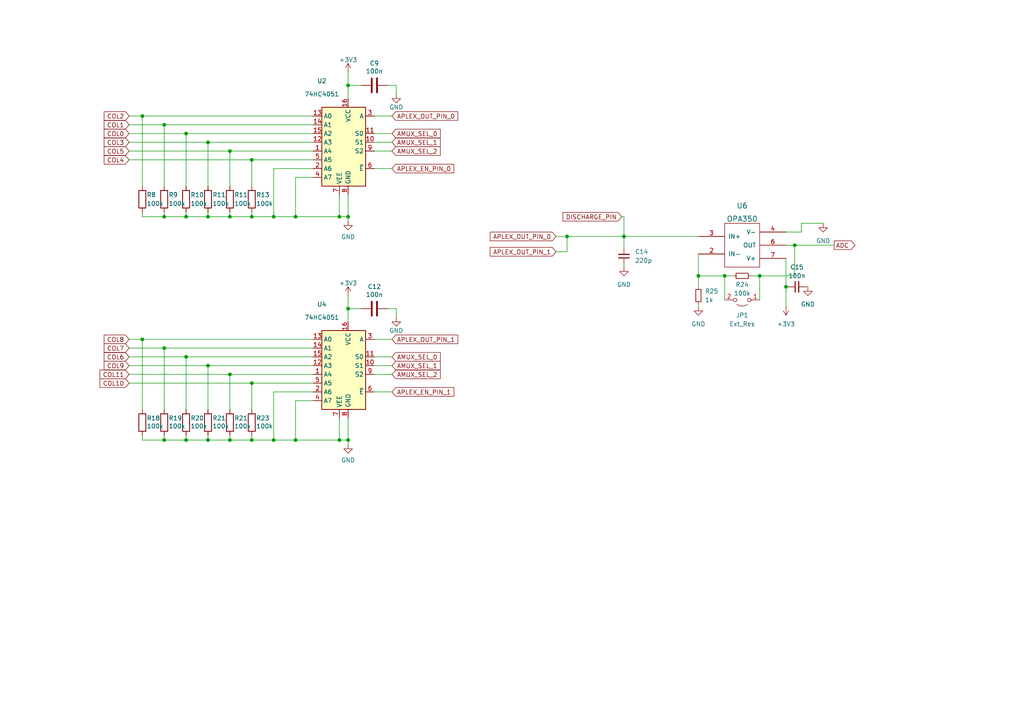
<source format=kicad_sch>
(kicad_sch (version 20231120) (generator "eeschema") (generator_version "8.0")
  (paper "A4")
  (lib_symbols
    (symbol "74xx:74HC4051"
      (property "Reference" "U" (at -5.08 11.43 0))
      (property "Value" "74HC4051" (at -7.62 -13.97 0))
      (symbol "74HC4051_0_1"
        (rectangle (start -5.08 10.16) (end 7.62 -12.7) (stroke (width 0.254)) (fill (type background)))
      )
      (symbol "74HC4051_1_1"
        (pin passive line (at 10.16 -2.54 180) (length 2.54) (name "A4") (number "1"))
        (pin input line (at -7.62 0 0) (length 2.54) (name "S1") (number "10"))
        (pin input line (at -7.62 2.54 0) (length 2.54) (name "S0") (number "11"))
        (pin passive line (at 10.16 0 180) (length 2.54) (name "A3") (number "12"))
        (pin passive line (at 10.16 7.62 180) (length 2.54) (name "A0") (number "13"))
        (pin passive line (at 10.16 5.08 180) (length 2.54) (name "A1") (number "14"))
        (pin passive line (at 10.16 2.54 180) (length 2.54) (name "A2") (number "15"))
        (pin power_in line (at 0 12.7 270) (length 2.54) (name "VCC") (number "16"))
        (pin passive line (at 10.16 -7.62 180) (length 2.54) (name "A6") (number "2"))
        (pin passive line (at -7.62 7.62 0) (length 2.54) (name "A") (number "3"))
        (pin passive line (at 10.16 -10.16 180) (length 2.54) (name "A7") (number "4"))
        (pin passive line (at 10.16 -5.08 180) (length 2.54) (name "A5") (number "5"))
        (pin input line (at -7.62 -7.62 0) (length 2.54) (name "~{E}") (number "6"))
        (pin power_in line (at 2.54 -15.24 90) (length 2.54) (name "VEE") (number "7"))
        (pin power_in line (at 0 -15.24 90) (length 2.54) (name "GND") (number "8"))
        (pin input line (at -7.62 -2.54 0) (length 2.54) (name "S2") (number "9"))
      )
    )
    (symbol "Device:C" (pin_numbers hide) (pin_names (offset 0.254))
      (property "Reference" "C" (at 0.635 2.54 0))
      (property "Value" "C" (at 0.635 -2.54 0))
      (symbol "C_0_1"
        (polyline (pts (xy -2.032 -0.762) (xy 2.032 -0.762)) (stroke (width 0.508)))
        (polyline (pts (xy -2.032 0.762) (xy 2.032 0.762)) (stroke (width 0.508)))
      )
      (symbol "C_1_1"
        (pin passive line (at 0 3.81 270) (length 2.794) (name "~") (number "1"))
        (pin passive line (at 0 -3.81 90) (length 2.794) (name "~") (number "2"))
      )
    )
    (symbol "Device:C_Small" (pin_numbers hide) (pin_names (offset 0.254) hide)
      (property "Reference" "C" (at 0.254 1.778 0))
      (property "Value" "C_Small" (at 0.254 -2.032 0))
      (symbol "C_Small_0_1"
        (polyline (pts (xy -1.524 -0.508) (xy 1.524 -0.508)) (stroke (width 0.3302)))
        (polyline (pts (xy -1.524 0.508) (xy 1.524 0.508)) (stroke (width 0.3048)))
      )
      (symbol "C_Small_1_1"
        (pin passive line (at 0 2.54 270) (length 2.032) (name "~") (number "1"))
        (pin passive line (at 0 -2.54 90) (length 2.032) (name "~") (number "2"))
      )
    )
    (symbol "Device:R" (pin_numbers hide) (pin_names (offset 0))
      (property "Reference" "R" (at 2.032 0 90))
      (property "Value" "R" (at 0 0 90))
      (symbol "R_0_1"
        (rectangle (start -1.016 -2.54) (end 1.016 2.54) (stroke (width 0.254)))
      )
      (symbol "R_1_1"
        (pin passive line (at 0 3.81 270) (length 1.27) (name "~") (number "1"))
        (pin passive line (at 0 -3.81 90) (length 1.27) (name "~") (number "2"))
      )
    )
    (symbol "Device:R_Small" (pin_numbers hide) (pin_names (offset 0.254) hide)
      (property "Reference" "R" (at 0.762 0.508 0))
      (property "Value" "R_Small" (at 0.762 -1.016 0))
      (symbol "R_Small_0_1"
        (rectangle (start -0.762 1.778) (end 0.762 -1.778) (stroke (width 0.2032)))
      )
      (symbol "R_Small_1_1"
        (pin passive line (at 0 2.54 270) (length 0.762) (name "~") (number "1"))
        (pin passive line (at 0 -2.54 90) (length 0.762) (name "~") (number "2"))
      )
    )
    (symbol "Jumper:Jumper_2_Open" (pin_names (offset 0) hide)
      (property "Reference" "JP" (at 0 2.794 0))
      (property "Value" "Jumper_2_Open" (at 0 -2.286 0))
      (symbol "Jumper_2_Open_0_0"
        (circle (center -2.032 0) (radius 0.508))
        (circle (center 2.032 0) (radius 0.508))
      )
      (symbol "Jumper_2_Open_0_1"
        (arc (start 1.524 1.27) (mid 0 1.778) (end -1.524 1.27))
      )
      (symbol "Jumper_2_Open_1_1"
        (pin passive line (at -5.08 0 0) (length 2.54) (name "A") (number "1"))
        (pin passive line (at 5.08 0 180) (length 2.54) (name "B") (number "2"))
      )
    )
    (symbol "cipulot_parts:OPA350" (pin_names (offset 1.016))
      (property "Reference" "U" (at 8.89 -7.62 0))
      (property "Value" "OPA350" (at 5.08 7.62 0))
      (symbol "OPA350_0_1"
        (rectangle (start 0 -6.35) (end 10.16 6.35))
        (pin input line (at -7.62 2.54 0) (length 7.62) (name "IN-") (number "2"))
        (pin input line (at -7.62 -2.54 0) (length 7.62) (name "IN+") (number "3"))
        (pin input line (at 17.78 -3.81 180) (length 7.62) (name "V-") (number "4"))
        (pin input line (at 17.78 0 180) (length 7.62) (name "OUT") (number "6"))
        (pin input line (at 17.78 3.81 180) (length 7.62) (name "V+") (number "7"))
      )
    )
    (symbol "power:+3.3V" (power) (pin_names (offset 0))
      (property "Value" "+3.3V" (at 0 3.556 0))
      (symbol "+3.3V_0_1"
        (polyline (pts (xy -0.762 1.27) (xy 0 2.54)))
        (polyline (pts (xy 0 0) (xy 0 2.54)))
        (polyline (pts (xy 0 2.54) (xy 0.762 1.27)))
      )
      (symbol "+3.3V_1_1"
        (pin power_in line (at 0 0 90) (length 0) hide (name "+3V3") (number "1"))
      )
    )
    (symbol "power:+3V3" (power) (pin_names (offset 0))
      (property "Value" "+3V3" (at 0 3.556 0))
      (symbol "+3V3_0_1"
        (polyline (pts (xy -0.762 1.27) (xy 0 2.54)))
        (polyline (pts (xy 0 0) (xy 0 2.54)))
        (polyline (pts (xy 0 2.54) (xy 0.762 1.27)))
      )
      (symbol "+3V3_1_1"
        (pin power_in line (at 0 0 90) (length 0) hide (name "+3V3") (number "1"))
      )
    )
    (symbol "power:GND" (power) (pin_names (offset 0))
      (property "Value" "GND" (at 0 -3.81 0))
      (symbol "GND_0_1"
        (polyline (pts (xy 0 0) (xy 0 -1.27) (xy 1.27 -1.27) (xy 0 -2.54) (xy -1.27 -1.27) (xy 0 -1.27)))
      )
      (symbol "GND_1_1"
        (pin power_in line (at 0 0 270) (length 0) hide (name "GND") (number "1"))
      )
    )
  )
  (junction (at 73.025 62.865))
  (junction (at 60.325 127.635))
  (junction (at 73.025 127.635))
  (junction (at 47.625 100.965))
  (junction (at 227.965 83.185))
  (junction (at 66.675 62.865))
  (junction (at 53.975 62.865))
  (junction (at 53.975 127.635))
  (junction (at 66.675 108.585))
  (junction (at 41.275 98.425))
  (junction (at 53.975 38.735))
  (junction (at 60.325 41.275))
  (junction (at 47.625 36.195))
  (junction (at 66.675 43.815))
  (junction (at 85.725 62.865))
  (junction (at 41.275 33.655))
  (junction (at 202.565 80.01))
  (junction (at 53.975 103.505))
  (junction (at 100.965 89.535))
  (junction (at 60.325 106.045))
  (junction (at 220.345 80.01))
  (junction (at 73.025 111.125))
  (junction (at 98.425 62.865))
  (junction (at 60.325 62.865))
  (junction (at 79.375 127.635))
  (junction (at 73.025 46.355))
  (junction (at 230.505 71.12))
  (junction (at 180.975 68.58))
  (junction (at 100.965 24.765))
  (junction (at 66.675 127.635))
  (junction (at 98.425 127.635))
  (junction (at 164.465 68.58))
  (junction (at 47.625 62.865))
  (junction (at 79.375 62.865))
  (junction (at 100.965 127.635))
  (junction (at 210.185 80.01))
  (junction (at 85.725 127.635))
  (junction (at 47.625 127.635))
  (junction (at 100.965 62.865))
  (wire (pts (xy 73.025 127.635) (xy 79.375 127.635)))
  (wire (pts (xy 53.975 127.635) (xy 60.325 127.635)))
  (wire (pts (xy 41.275 61.595) (xy 41.275 62.865)))
  (wire (pts (xy 228.6 83.185) (xy 227.965 83.185)))
  (wire (pts (xy 238.76 64.77) (xy 232.41 64.77)))
  (wire (pts (xy 73.025 111.125) (xy 37.465 111.125)))
  (wire (pts (xy 73.025 126.365) (xy 73.025 127.635)))
  (wire (pts (xy 41.275 127.635) (xy 47.625 127.635)))
  (wire (pts (xy 100.965 85.725) (xy 100.965 89.535)))
  (wire (pts (xy 202.565 80.01) (xy 202.565 83.185)))
  (wire (pts (xy 217.805 80.01) (xy 220.345 80.01)))
  (wire (pts (xy 37.465 43.815) (xy 66.675 43.815)))
  (wire (pts (xy 53.975 62.865) (xy 60.325 62.865)))
  (wire (pts (xy 66.675 43.815) (xy 66.675 53.975)))
  (wire (pts (xy 79.375 127.635) (xy 85.725 127.635)))
  (wire (pts (xy 90.805 111.125) (xy 73.025 111.125)))
  (wire (pts (xy 60.325 106.045) (xy 37.465 106.045)))
  (wire (pts (xy 79.375 113.665) (xy 90.805 113.665)))
  (wire (pts (xy 113.665 48.895) (xy 108.585 48.895)))
  (wire (pts (xy 41.275 53.975) (xy 41.275 33.655)))
  (wire (pts (xy 79.375 48.895) (xy 79.375 62.865)))
  (wire (pts (xy 108.585 43.815) (xy 113.665 43.815)))
  (wire (pts (xy 47.625 36.195) (xy 37.465 36.195)))
  (wire (pts (xy 112.395 89.535) (xy 114.935 89.535)))
  (wire (pts (xy 66.675 127.635) (xy 73.025 127.635)))
  (wire (pts (xy 79.375 48.895) (xy 90.805 48.895)))
  (wire (pts (xy 100.965 121.285) (xy 100.965 127.635)))
  (wire (pts (xy 90.805 108.585) (xy 66.675 108.585)))
  (wire (pts (xy 41.275 33.655) (xy 90.805 33.655)))
  (wire (pts (xy 60.325 127.635) (xy 66.675 127.635)))
  (wire (pts (xy 98.425 56.515) (xy 98.425 62.865)))
  (wire (pts (xy 100.965 128.905) (xy 100.965 127.635)))
  (wire (pts (xy 108.585 103.505) (xy 113.665 103.505)))
  (wire (pts (xy 100.965 24.765) (xy 100.965 28.575)))
  (wire (pts (xy 53.975 61.595) (xy 53.975 62.865)))
  (wire (pts (xy 114.935 89.535) (xy 114.935 92.075)))
  (wire (pts (xy 66.675 108.585) (xy 66.675 118.745)))
  (wire (pts (xy 90.805 36.195) (xy 47.625 36.195)))
  (wire (pts (xy 90.805 116.205) (xy 85.725 116.205)))
  (wire (pts (xy 53.975 118.745) (xy 53.975 103.505)))
  (wire (pts (xy 112.395 24.765) (xy 114.935 24.765)))
  (wire (pts (xy 104.775 24.765) (xy 100.965 24.765)))
  (wire (pts (xy 100.965 89.535) (xy 100.965 93.345)))
  (wire (pts (xy 53.975 126.365) (xy 53.975 127.635)))
  (wire (pts (xy 85.725 116.205) (xy 85.725 127.635)))
  (wire (pts (xy 108.585 41.275) (xy 113.665 41.275)))
  (wire (pts (xy 66.675 126.365) (xy 66.675 127.635)))
  (wire (pts (xy 37.465 108.585) (xy 66.675 108.585)))
  (wire (pts (xy 113.665 98.425) (xy 108.585 98.425)))
  (wire (pts (xy 104.775 89.535) (xy 100.965 89.535)))
  (wire (pts (xy 73.025 62.865) (xy 79.375 62.865)))
  (wire (pts (xy 210.185 80.01) (xy 210.185 86.995)))
  (wire (pts (xy 79.375 62.865) (xy 85.725 62.865)))
  (wire (pts (xy 60.325 41.275) (xy 37.465 41.275)))
  (wire (pts (xy 227.965 71.12) (xy 230.505 71.12)))
  (wire (pts (xy 90.805 38.735) (xy 53.975 38.735)))
  (wire (pts (xy 79.375 113.665) (xy 79.375 127.635)))
  (wire (pts (xy 90.805 41.275) (xy 60.325 41.275)))
  (wire (pts (xy 66.675 62.865) (xy 73.025 62.865)))
  (wire (pts (xy 85.725 62.865) (xy 98.425 62.865)))
  (wire (pts (xy 180.975 71.755) (xy 180.975 68.58)))
  (wire (pts (xy 90.805 100.965) (xy 47.625 100.965)))
  (wire (pts (xy 90.805 103.505) (xy 53.975 103.505)))
  (wire (pts (xy 73.025 53.975) (xy 73.025 46.355)))
  (wire (pts (xy 227.965 83.185) (xy 227.965 88.9)))
  (wire (pts (xy 90.805 43.815) (xy 66.675 43.815)))
  (wire (pts (xy 230.505 80.01) (xy 220.345 80.01)))
  (wire (pts (xy 90.805 106.045) (xy 60.325 106.045)))
  (wire (pts (xy 108.585 38.735) (xy 113.665 38.735)))
  (wire (pts (xy 164.465 68.58) (xy 180.975 68.58)))
  (wire (pts (xy 220.345 80.01) (xy 220.345 86.995)))
  (wire (pts (xy 41.275 126.365) (xy 41.275 127.635)))
  (wire (pts (xy 41.275 98.425) (xy 90.805 98.425)))
  (wire (pts (xy 47.625 100.965) (xy 37.465 100.965)))
  (wire (pts (xy 98.425 121.285) (xy 98.425 127.635)))
  (wire (pts (xy 233.68 83.185) (xy 234.315 83.185)))
  (wire (pts (xy 232.41 67.31) (xy 232.41 64.77)))
  (wire (pts (xy 47.625 62.865) (xy 53.975 62.865)))
  (wire (pts (xy 100.965 56.515) (xy 100.965 62.865)))
  (wire (pts (xy 180.975 68.58) (xy 202.565 68.58)))
  (wire (pts (xy 60.325 126.365) (xy 60.325 127.635)))
  (wire (pts (xy 85.725 127.635) (xy 98.425 127.635)))
  (wire (pts (xy 100.965 20.955) (xy 100.965 24.765)))
  (wire (pts (xy 227.965 67.31) (xy 232.41 67.31)))
  (wire (pts (xy 202.565 73.66) (xy 202.565 80.01)))
  (wire (pts (xy 37.465 33.655) (xy 41.275 33.655)))
  (wire (pts (xy 41.275 62.865) (xy 47.625 62.865)))
  (wire (pts (xy 180.34 62.865) (xy 180.975 62.865)))
  (wire (pts (xy 73.025 46.355) (xy 37.465 46.355)))
  (wire (pts (xy 230.505 71.12) (xy 241.935 71.12)))
  (wire (pts (xy 230.505 71.12) (xy 230.505 80.01)))
  (wire (pts (xy 114.935 24.765) (xy 114.935 27.305)))
  (wire (pts (xy 108.585 108.585) (xy 113.665 108.585)))
  (wire (pts (xy 108.585 106.045) (xy 113.665 106.045)))
  (wire (pts (xy 41.275 118.745) (xy 41.275 98.425)))
  (wire (pts (xy 47.625 127.635) (xy 53.975 127.635)))
  (wire (pts (xy 90.805 46.355) (xy 73.025 46.355)))
  (wire (pts (xy 98.425 62.865) (xy 100.965 62.865)))
  (wire (pts (xy 164.465 73.025) (xy 164.465 68.58)))
  (wire (pts (xy 47.625 126.365) (xy 47.625 127.635)))
  (wire (pts (xy 37.465 98.425) (xy 41.275 98.425)))
  (wire (pts (xy 90.805 51.435) (xy 85.725 51.435)))
  (wire (pts (xy 47.625 53.975) (xy 47.625 36.195)))
  (wire (pts (xy 53.975 103.505) (xy 37.465 103.505)))
  (wire (pts (xy 60.325 41.275) (xy 60.325 53.975)))
  (wire (pts (xy 210.185 80.01) (xy 212.725 80.01)))
  (wire (pts (xy 180.975 62.865) (xy 180.975 68.58)))
  (wire (pts (xy 60.325 62.865) (xy 66.675 62.865)))
  (wire (pts (xy 161.29 73.025) (xy 164.465 73.025)))
  (wire (pts (xy 60.325 106.045) (xy 60.325 118.745)))
  (wire (pts (xy 100.965 64.135) (xy 100.965 62.865)))
  (wire (pts (xy 73.025 118.745) (xy 73.025 111.125)))
  (wire (pts (xy 66.675 61.595) (xy 66.675 62.865)))
  (wire (pts (xy 210.185 80.01) (xy 202.565 80.01)))
  (wire (pts (xy 47.625 118.745) (xy 47.625 100.965)))
  (wire (pts (xy 227.965 74.93) (xy 227.965 83.185)))
  (wire (pts (xy 73.025 61.595) (xy 73.025 62.865)))
  (wire (pts (xy 47.625 61.595) (xy 47.625 62.865)))
  (wire (pts (xy 113.665 33.655) (xy 108.585 33.655)))
  (wire (pts (xy 85.725 51.435) (xy 85.725 62.865)))
  (wire (pts (xy 53.975 53.975) (xy 53.975 38.735)))
  (wire (pts (xy 53.975 38.735) (xy 37.465 38.735)))
  (wire (pts (xy 202.565 88.265) (xy 202.565 88.9)))
  (wire (pts (xy 98.425 127.635) (xy 100.965 127.635)))
  (wire (pts (xy 161.29 68.58) (xy 164.465 68.58)))
  (wire (pts (xy 113.665 113.665) (xy 108.585 113.665)))
  (wire (pts (xy 60.325 61.595) (xy 60.325 62.865)))
  (wire (pts (xy 180.975 76.835) (xy 180.975 77.47)))
  (global_label "DISCHARGE_PIN" (shape input) (at 180.34 62.865 180) (property "Intersheetrefs" "${INTERSHEET_REFS}" (effects (hide yes))))
  (global_label "AMUX_SEL_0" (shape input) (at 113.665 38.735 0) (property "Intersheetrefs" "${INTERSHEET_REFS}" (effects (hide yes))))
  (global_label "COL1" (shape input) (at 37.465 36.195 180) (property "Intersheetrefs" "${INTERSHEET_REFS}" (effects (hide yes))))
  (global_label "COL10" (shape input) (at 37.465 111.125 180) (property "Intersheetrefs" "${INTERSHEET_REFS}" (effects (hide yes))))
  (global_label "AMUX_SEL_1" (shape input) (at 113.665 41.275 0) (property "Intersheetrefs" "${INTERSHEET_REFS}" (effects (hide yes))))
  (global_label "COL7" (shape input) (at 37.465 100.965 180) (property "Intersheetrefs" "${INTERSHEET_REFS}" (effects (hide yes))))
  (global_label "AMUX_SEL_2" (shape input) (at 113.665 108.585 0) (property "Intersheetrefs" "${INTERSHEET_REFS}" (effects (hide yes))))
  (global_label "APLEX_EN_PIN_1" (shape input) (at 113.665 113.665 0) (property "Intersheetrefs" "${INTERSHEET_REFS}" (effects (hide yes))))
  (global_label "COL8" (shape input) (at 37.465 98.425 180) (property "Intersheetrefs" "${INTERSHEET_REFS}" (effects (hide yes))))
  (global_label "COL3" (shape input) (at 37.465 41.275 180) (property "Intersheetrefs" "${INTERSHEET_REFS}" (effects (hide yes))))
  (global_label "COL4" (shape input) (at 37.465 46.355 180) (property "Intersheetrefs" "${INTERSHEET_REFS}" (effects (hide yes))))
  (global_label "APLEX_OUT_PIN_0" (shape input) (at 113.665 33.655 0) (property "Intersheetrefs" "${INTERSHEET_REFS}" (effects (hide yes))))
  (global_label "COL2" (shape input) (at 37.465 33.655 180) (property "Intersheetrefs" "${INTERSHEET_REFS}" (effects (hide yes))))
  (global_label "COL11" (shape input) (at 37.465 108.585 180) (property "Intersheetrefs" "${INTERSHEET_REFS}" (effects (hide yes))))
  (global_label "COL6" (shape input) (at 37.465 103.505 180) (property "Intersheetrefs" "${INTERSHEET_REFS}" (effects (hide yes))))
  (global_label "APLEX_EN_PIN_0" (shape input) (at 113.665 48.895 0) (property "Intersheetrefs" "${INTERSHEET_REFS}" (effects (hide yes))))
  (global_label "COL9" (shape input) (at 37.465 106.045 180) (property "Intersheetrefs" "${INTERSHEET_REFS}" (effects (hide yes))))
  (global_label "COL5" (shape input) (at 37.465 43.815 180) (property "Intersheetrefs" "${INTERSHEET_REFS}" (effects (hide yes))))
  (global_label "AMUX_SEL_0" (shape input) (at 113.665 103.505 0) (property "Intersheetrefs" "${INTERSHEET_REFS}" (effects (hide yes))))
  (global_label "ADC" (shape output) (at 241.935 71.12 0) (property "Intersheetrefs" "${INTERSHEET_REFS}" (effects (hide yes))))
  (global_label "APLEX_OUT_PIN_1" (shape input) (at 161.29 73.025 180) (property "Intersheetrefs" "${INTERSHEET_REFS}" (effects (hide yes))))
  (global_label "AMUX_SEL_1" (shape input) (at 113.665 106.045 0) (property "Intersheetrefs" "${INTERSHEET_REFS}" (effects (hide yes))))
  (global_label "APLEX_OUT_PIN_0" (shape input) (at 161.29 68.58 180) (property "Intersheetrefs" "${INTERSHEET_REFS}" (effects (hide yes))))
  (global_label "AMUX_SEL_2" (shape input) (at 113.665 43.815 0) (property "Intersheetrefs" "${INTERSHEET_REFS}" (effects (hide yes))))
  (global_label "COL0" (shape input) (at 37.465 38.735 180) (property "Intersheetrefs" "${INTERSHEET_REFS}" (effects (hide yes))))
  (global_label "APLEX_OUT_PIN_1" (shape input) (at 113.665 98.425 0) (property "Intersheetrefs" "${INTERSHEET_REFS}" (effects (hide yes))))
  (symbol (lib_id "power:GND") (at 202.565 88.9 0) (unit 1)
    (property "Reference" "#PWR046" (effects (hide yes)))
    (property "Value" "GND" (at 202.565 93.98 0))
    (instances (project "oceanographer EC" (path "" (reference "#PWR046") (unit 1))) (project "Analog" (path "" (reference "#PWR0141") (unit 1))) (project "travaulta" (path "" (reference "#PWR0141") (unit 1))))
  )
  (symbol (lib_id "Device:R") (at 66.675 122.555 0) (unit 1)
    (property "Reference" "R21" (at 67.945 121.285 0) (effects (justify left)))
    (property "Value" "100k" (at 67.945 123.5964 0) (effects (justify left)))
    (property "Footprint" "Resistor_SMD:R_0402_1005Metric" (effects (hide yes)))
    (property "LCSC" "C25741" (effects (hide yes)))
    (instances (project "analog" (path "" (reference "R21") (unit 1))) (project "oceanographer EC" (path "" (reference "R26") (unit 1))) (project "analog" (path "" (reference "R21") (unit 1))) (project "pandemonium EC 2 Layer" (path "" (reference "R27") (unit 1))))
  )
  (symbol (lib_id "power:GND") (at 114.935 27.305 0) (unit 1)
    (property "Reference" "#PWR034" (effects (hide yes)))
    (property "Value" "GND" (at 114.935 31.115 0))
    (instances (project "analog" (path "" (reference "#PWR034") (unit 1))) (project "oceanographer EC" (path "" (reference "#PWR034") (unit 1))) (project "analog" (path "" (reference "#PWR034") (unit 1))) (project "pandemonium EC 2 Layer" (path "" (reference "#PWR039") (unit 1))))
  )
  (symbol (lib_id "power:+3.3V") (at 100.965 85.725 0) (unit 1)
    (property "Reference" "#PWR038" (effects (hide yes)))
    (property "Value" "+3V3" (at 100.965 82.1205 0))
    (instances (project "analog" (path "" (reference "#PWR038") (unit 1))) (project "oceanographer EC" (path "" (reference "#PWR040") (unit 1))) (project "analog" (path "" (reference "#PWR038") (unit 1))) (project "pandemonium EC 2 Layer" (path "" (reference "#PWR041") (unit 1))))
  )
  (symbol (lib_id "Device:R") (at 66.675 57.785 0) (unit 1)
    (property "Reference" "R11" (at 67.945 56.515 0) (effects (justify left)))
    (property "Value" "100k" (at 67.945 59.055 0) (effects (justify left)))
    (property "Footprint" "Resistor_SMD:R_0402_1005Metric" (effects (hide yes)))
    (property "LCSC" "C25741" (effects (hide yes)))
    (instances (project "analog" (path "" (reference "R11") (unit 1))) (project "oceanographer EC" (path "" (reference "R18") (unit 1))) (project "analog" (path "" (reference "R11") (unit 1))) (project "pandemonium EC 2 Layer" (path "" (reference "R19") (unit 1))))
  )
  (symbol (lib_id "Device:R") (at 60.325 57.785 0) (unit 1)
    (property "Reference" "R11" (at 61.595 56.515 0) (effects (justify left)))
    (property "Value" "100k" (at 61.595 59.055 0) (effects (justify left)))
    (property "Footprint" "Resistor_SMD:R_0402_1005Metric" (effects (hide yes)))
    (property "LCSC" "C25741" (effects (hide yes)))
    (instances (project "analog" (path "" (reference "R11") (unit 1))) (project "oceanographer EC" (path "" (reference "R14") (unit 1))) (project "analog" (path "" (reference "R11") (unit 1))) (project "pandemonium EC 2 Layer" (path "" (reference "R19") (unit 1))))
  )
  (symbol (lib_id "power:+3V3") (at 227.965 88.9 180) (unit 1)
    (property "Reference" "#PWR047" (effects (hide yes)))
    (property "Value" "+3V3" (at 227.965 93.98 0))
    (instances (project "oceanographer EC" (path "" (reference "#PWR047") (unit 1))) (project "Analog" (path "" (reference "#PWR0143") (unit 1))) (project "travaulta" (path "" (reference "#PWR0143") (unit 1))))
  )
  (symbol (lib_id "power:GND") (at 238.76 64.77 0) (unit 1)
    (property "Reference" "#PWR043" (effects (hide yes)))
    (property "Value" "GND" (at 238.76 69.85 0))
    (instances (project "oceanographer EC" (path "" (reference "#PWR043") (unit 1))) (project "Analog" (path "" (reference "#PWR0140") (unit 1))) (project "travaulta" (path "" (reference "#PWR0140") (unit 1))))
  )
  (symbol (lib_id "Device:R") (at 60.325 122.555 0) (unit 1)
    (property "Reference" "R21" (at 61.595 121.285 0) (effects (justify left)))
    (property "Value" "100k" (at 61.595 123.5964 0) (effects (justify left)))
    (property "Footprint" "Resistor_SMD:R_0402_1005Metric" (effects (hide yes)))
    (property "LCSC" "C25741" (effects (hide yes)))
    (instances (project "analog" (path "" (reference "R21") (unit 1))) (project "oceanographer EC" (path "" (reference "R22") (unit 1))) (project "analog" (path "" (reference "R21") (unit 1))) (project "pandemonium EC 2 Layer" (path "" (reference "R27") (unit 1))))
  )
  (symbol (lib_id "power:GND") (at 100.965 64.135 0) (unit 1)
    (property "Reference" "#PWR036" (effects (hide yes)))
    (property "Value" "GND" (at 100.965 68.6975 0))
    (instances (project "analog" (path "" (reference "#PWR036") (unit 1))) (project "oceanographer EC" (path "" (reference "#PWR038") (unit 1))) (project "analog" (path "" (reference "#PWR036") (unit 1))) (project "pandemonium EC 2 Layer" (path "" (reference "#PWR040") (unit 1))))
  )
  (symbol (lib_id "power:GND") (at 180.975 77.47 0) (unit 1)
    (property "Reference" "#PWR044" (effects (hide yes)))
    (property "Value" "GND" (at 180.975 82.55 0))
    (instances (project "oceanographer EC" (path "" (reference "#PWR044") (unit 1))) (project "Analog" (path "" (reference "#PWR0148") (unit 1))) (project "travaulta" (path "" (reference "#PWR0148") (unit 1))))
  )
  (symbol (lib_id "power:+3.3V") (at 100.965 20.955 0) (unit 1)
    (property "Reference" "#PWR033" (effects (hide yes)))
    (property "Value" "+3V3" (at 100.965 17.3505 0))
    (instances (project "analog" (path "" (reference "#PWR033") (unit 1))) (project "oceanographer EC" (path "" (reference "#PWR032") (unit 1))) (project "analog" (path "" (reference "#PWR033") (unit 1))) (project "pandemonium EC 2 Layer" (path "" (reference "#PWR038") (unit 1))))
  )
  (symbol (lib_id "74xx:74HC4051") (at 100.965 106.045 0) (mirror y) (unit 1)
    (property "Reference" "U4" (at 93.345 88.265 0))
    (property "Value" "74HC4051" (at 93.345 92.075 0))
    (property "Footprint" "cipulot_parts:TSSOP16" (effects (hide yes)))
    (property "Datasheet" "http://www.ti.com/lit/ds/symlink/cd74hc4051.pdf" (effects (hide yes)))
    (property "LCSC" "C5645" (effects (hide yes)))
    (instances (project "analog" (path "" (reference "U4") (unit 1))) (project "oceanographer EC" (path "" (reference "U5") (unit 1))) (project "analog" (path "" (reference "U4") (unit 1))) (project "pandemonium EC 2 Layer" (path "" (reference "U7") (unit 1))))
  )
  (symbol (lib_id "Device:R") (at 41.275 57.785 0) (unit 1)
    (property "Reference" "R8" (at 42.545 56.515 0) (effects (justify left)))
    (property "Value" "100k" (at 42.545 59.055 0) (effects (justify left)))
    (property "Footprint" "Resistor_SMD:R_0402_1005Metric" (effects (hide yes)))
    (property "LCSC" "C25741" (effects (hide yes)))
    (instances (project "analog" (path "" (reference "R8") (unit 1))) (project "oceanographer EC" (path "" (reference "R11") (unit 1))) (project "analog" (path "" (reference "R8") (unit 1))) (project "pandemonium EC 2 Layer" (path "" (reference "R16") (unit 1))))
  )
  (symbol (lib_id "Device:R") (at 73.025 122.555 0) (unit 1)
    (property "Reference" "R23" (at 74.295 121.285 0) (effects (justify left)))
    (property "Value" "100k" (at 74.295 123.5964 0) (effects (justify left)))
    (property "Footprint" "Resistor_SMD:R_0402_1005Metric" (effects (hide yes)))
    (property "LCSC" "C25741" (effects (hide yes)))
    (instances (project "analog" (path "" (reference "R23") (unit 1))) (project "oceanographer EC" (path "" (reference "R23") (unit 1))) (project "analog" (path "" (reference "R23") (unit 1))) (project "pandemonium EC 2 Layer" (path "" (reference "R28") (unit 1))))
  )
  (symbol (lib_id "74xx:74HC4051") (at 100.965 41.275 0) (mirror y) (unit 1)
    (property "Reference" "U2" (at 93.345 23.495 0))
    (property "Value" "74HC4051" (at 93.345 27.305 0))
    (property "Footprint" "cipulot_parts:TSSOP16" (effects (hide yes)))
    (property "Datasheet" "http://www.ti.com/lit/ds/symlink/cd74hc4051.pdf" (effects (hide yes)))
    (property "LCSC" "C5645" (effects (hide yes)))
    (instances (project "analog" (path "" (reference "U2") (unit 1))) (project "oceanographer EC" (path "" (reference "U3") (unit 1))) (project "analog" (path "" (reference "U2") (unit 1))) (project "pandemonium EC 2 Layer" (path "" (reference "U6") (unit 1))))
  )
  (symbol (lib_id "Device:R") (at 41.275 122.555 0) (unit 1)
    (property "Reference" "R18" (at 42.545 121.285 0) (effects (justify left)))
    (property "Value" "100k" (at 42.545 123.5964 0) (effects (justify left)))
    (property "Footprint" "Resistor_SMD:R_0402_1005Metric" (effects (hide yes)))
    (property "LCSC" "C25741" (effects (hide yes)))
    (instances (project "analog" (path "" (reference "R18") (unit 1))) (project "oceanographer EC" (path "" (reference "R19") (unit 1))) (project "analog" (path "" (reference "R18") (unit 1))) (project "pandemonium EC 2 Layer" (path "" (reference "R24") (unit 1))))
  )
  (symbol (lib_id "power:GND") (at 114.935 92.075 0) (unit 1)
    (property "Reference" "#PWR040" (effects (hide yes)))
    (property "Value" "GND" (at 114.935 95.885 0))
    (instances (project "analog" (path "" (reference "#PWR040") (unit 1))) (project "oceanographer EC" (path "" (reference "#PWR041") (unit 1))) (project "analog" (path "" (reference "#PWR040") (unit 1))) (project "pandemonium EC 2 Layer" (path "" (reference "#PWR042") (unit 1))))
  )
  (symbol (lib_id "Device:R") (at 53.975 57.785 0) (unit 1)
    (property "Reference" "R10" (at 55.245 56.515 0) (effects (justify left)))
    (property "Value" "100k" (at 55.245 59.055 0) (effects (justify left)))
    (property "Footprint" "Resistor_SMD:R_0402_1005Metric" (effects (hide yes)))
    (property "LCSC" "C25741" (effects (hide yes)))
    (instances (project "analog" (path "" (reference "R10") (unit 1))) (project "oceanographer EC" (path "" (reference "R13") (unit 1))) (project "analog" (path "" (reference "R10") (unit 1))) (project "pandemonium EC 2 Layer" (path "" (reference "R18") (unit 1))))
  )
  (symbol (lib_id "Jumper:Jumper_2_Open") (at 215.265 86.995 180) (unit 1)
    (property "Reference" "JP1" (at 215.265 91.4431 0))
    (property "Value" "Ext_Res" (at 215.265 93.98 0))
    (property "Footprint" "Resistor_SMD:R_0603_1608Metric_Pad0.98x0.95mm_HandSolder" (effects (hide yes)))
  )
  (symbol (lib_id "Device:R") (at 47.625 57.785 0) (unit 1)
    (property "Reference" "R9" (at 48.895 56.515 0) (effects (justify left)))
    (property "Value" "100k" (at 48.895 59.055 0) (effects (justify left)))
    (property "Footprint" "Resistor_SMD:R_0402_1005Metric" (effects (hide yes)))
    (property "LCSC" "C25741" (effects (hide yes)))
    (instances (project "analog" (path "" (reference "R9") (unit 1))) (project "oceanographer EC" (path "" (reference "R12") (unit 1))) (project "analog" (path "" (reference "R9") (unit 1))) (project "pandemonium EC 2 Layer" (path "" (reference "R17") (unit 1))))
  )
  (symbol (lib_id "power:GND") (at 234.315 83.185 0) (unit 1)
    (property "Reference" "#PWR045" (effects (hide yes)))
    (property "Value" "GND" (at 234.315 88.265 0))
    (instances (project "oceanographer EC" (path "" (reference "#PWR045") (unit 1))) (project "Analog" (path "" (reference "#PWR0142") (unit 1))) (project "travaulta" (path "" (reference "#PWR0142") (unit 1))))
  )
  (symbol (lib_id "Device:C") (at 108.585 89.535 270) (unit 1)
    (property "Reference" "C12" (at 108.585 83.1342 90))
    (property "Value" "100n" (at 108.585 85.4456 90))
    (property "Footprint" "Capacitor_SMD:C_0402_1005Metric" (effects (hide yes)))
    (property "LCSC" "C307331" (effects (hide yes)))
    (instances (project "analog" (path "" (reference "C12") (unit 1))) (project "oceanographer EC" (path "" (reference "C13") (unit 1))) (project "analog" (path "" (reference "C12") (unit 1))) (project "pandemonium EC 2 Layer" (path "" (reference "C32") (unit 1))))
  )
  (symbol (lib_id "power:GND") (at 100.965 128.905 0) (unit 1)
    (property "Reference" "#PWR043" (effects (hide yes)))
    (property "Value" "GND" (at 100.965 133.4675 0))
    (instances (project "analog" (path "" (reference "#PWR043") (unit 1))) (project "oceanographer EC" (path "" (reference "#PWR042") (unit 1))) (project "analog" (path "" (reference "#PWR043") (unit 1))) (project "pandemonium EC 2 Layer" (path "" (reference "#PWR043") (unit 1))))
  )
  (symbol (lib_id "Device:R") (at 53.975 122.555 0) (unit 1)
    (property "Reference" "R20" (at 55.245 121.285 0) (effects (justify left)))
    (property "Value" "100k" (at 55.245 123.5964 0) (effects (justify left)))
    (property "Footprint" "Resistor_SMD:R_0402_1005Metric" (effects (hide yes)))
    (property "LCSC" "C25741" (effects (hide yes)))
    (instances (project "analog" (path "" (reference "R20") (unit 1))) (project "oceanographer EC" (path "" (reference "R21") (unit 1))) (project "analog" (path "" (reference "R20") (unit 1))) (project "pandemonium EC 2 Layer" (path "" (reference "R26") (unit 1))))
  )
  (symbol (lib_id "Device:R") (at 73.025 57.785 0) (unit 1)
    (property "Reference" "R13" (at 74.295 56.515 0) (effects (justify left)))
    (property "Value" "100k" (at 74.295 59.055 0) (effects (justify left)))
    (property "Footprint" "Resistor_SMD:R_0402_1005Metric" (effects (hide yes)))
    (property "LCSC" "C25741" (effects (hide yes)))
    (instances (project "analog" (path "" (reference "R13") (unit 1))) (project "oceanographer EC" (path "" (reference "R15") (unit 1))) (project "analog" (path "" (reference "R13") (unit 1))) (project "pandemonium EC 2 Layer" (path "" (reference "R21") (unit 1))))
  )
  (symbol (lib_id "Device:R") (at 47.625 122.555 0) (unit 1)
    (property "Reference" "R19" (at 48.895 121.285 0) (effects (justify left)))
    (property "Value" "100k" (at 48.895 123.5964 0) (effects (justify left)))
    (property "Footprint" "Resistor_SMD:R_0402_1005Metric" (effects (hide yes)))
    (property "LCSC" "C25741" (effects (hide yes)))
    (instances (project "analog" (path "" (reference "R19") (unit 1))) (project "oceanographer EC" (path "" (reference "R20") (unit 1))) (project "analog" (path "" (reference "R19") (unit 1))) (project "pandemonium EC 2 Layer" (path "" (reference "R25") (unit 1))))
  )
  (symbol (lib_id "cipulot_parts:OPA350") (at 210.185 71.12 0) (mirror x) (unit 1)
    (property "Reference" "U6" (at 215.265 59.69 0) (effects (font (size 1.524 1.524))))
    (property "Value" "OPA350" (at 215.265 63.5 0) (effects (font (size 1.524 1.524))))
    (property "Footprint" "Package_SO:SOIC-8_3.9x4.9mm_P1.27mm" (effects (hide yes)))
    (instances (project "oceanographer EC" (path "" (reference "U6") (unit 1))) (project "Analog" (path "" (reference "U5") (unit 1))) (project "travaulta" (path "" (reference "U5") (unit 1))))
  )
  (symbol (lib_id "Device:C_Small") (at 180.975 74.295 180) (unit 1)
    (property "Reference" "C14" (at 184.15 73.0185 0) (effects (justify right)))
    (property "Value" "220p" (at 184.15 75.5585 0) (effects (justify right)))
    (property "Footprint" "Capacitor_SMD:C_0402_1005Metric" (effects (hide yes)))
  )
  (symbol (lib_id "Device:R_Small") (at 202.565 85.725 0) (unit 1)
    (property "Reference" "R25" (at 204.47 84.4549 0) (effects (justify left)))
    (property "Value" "1k" (at 204.47 86.9949 0) (effects (justify left)))
    (property "Footprint" "Resistor_SMD:R_0402_1005Metric" (effects (hide yes)))
    (instances (project "oceanographer EC" (path "" (reference "R25") (unit 1))) (project "Analog" (path "" (reference "R23") (unit 1))) (project "travaulta" (path "" (reference "R23") (unit 1))))
  )
  (symbol (lib_id "Device:R_Small") (at 215.265 80.01 90) (unit 1)
    (property "Reference" "R24" (at 215.265 82.55 90))
    (property "Value" "100k" (at 215.265 85.09 90))
    (property "Footprint" "Resistor_SMD:R_0402_1005Metric" (effects (hide yes)))
    (instances (project "oceanographer EC" (path "" (reference "R24") (unit 1))) (project "Analog" (path "" (reference "R21") (unit 1))) (project "travaulta" (path "" (reference "R21") (unit 1))))
  )
  (symbol (lib_id "Device:C_Small") (at 231.14 83.185 90) (unit 1)
    (property "Reference" "C15" (at 231.1463 77.47 90))
    (property "Value" "100n" (at 231.1463 80.01 90))
    (property "Footprint" "Capacitor_SMD:C_0402_1005Metric" (effects (hide yes)))
  )
  (symbol (lib_id "Device:C") (at 108.585 24.765 270) (unit 1)
    (property "Reference" "C9" (at 108.585 18.3642 90))
    (property "Value" "100n" (at 108.585 20.6756 90))
    (property "Footprint" "Capacitor_SMD:C_0402_1005Metric" (effects (hide yes)))
    (property "LCSC" "C307331" (effects (hide yes)))
    (instances (project "analog" (path "" (reference "C9") (unit 1))) (project "oceanographer EC" (path "" (reference "C10") (unit 1))) (project "analog" (path "" (reference "C9") (unit 1))) (project "pandemonium EC 2 Layer" (path "" (reference "C31") (unit 1))))
  )
)
</source>
